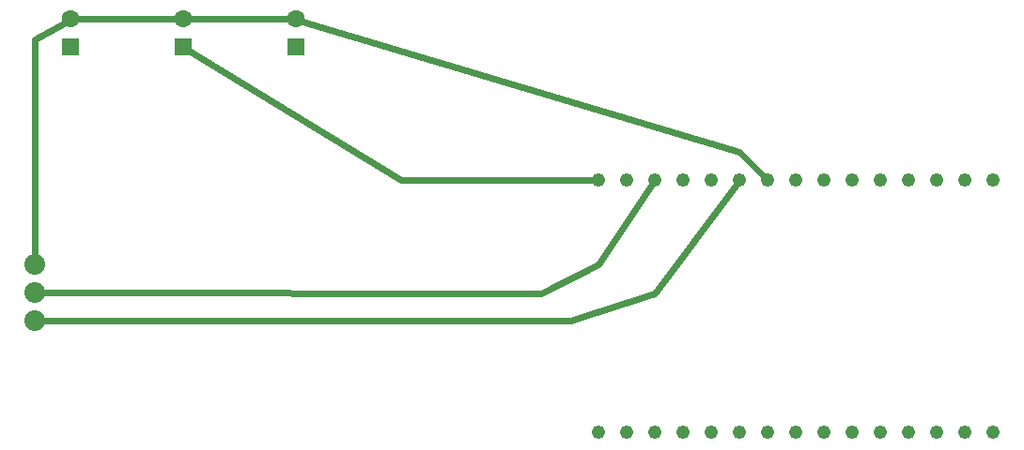
<source format=gbl>
G04 MADE WITH FRITZING*
G04 WWW.FRITZING.ORG*
G04 DOUBLE SIDED*
G04 HOLES PLATED*
G04 CONTOUR ON CENTER OF CONTOUR VECTOR*
%ASAXBY*%
%FSLAX23Y23*%
%MOIN*%
%OFA0B0*%
%SFA1.0B1.0*%
%ADD10C,0.073889*%
%ADD11C,0.047859*%
%ADD12C,0.062992*%
%ADD13R,0.062992X0.062992*%
%ADD14C,0.024000*%
%LNCOPPER0*%
G90*
G70*
G54D10*
X225Y1202D03*
X225Y1102D03*
X225Y1002D03*
G54D11*
X2426Y1502D03*
X2226Y605D03*
X2326Y605D03*
X2426Y605D03*
X2526Y605D03*
X2625Y605D03*
X2326Y1502D03*
X2226Y1502D03*
X2526Y1502D03*
X2725Y605D03*
X2825Y605D03*
X2925Y605D03*
X3025Y605D03*
X3125Y605D03*
X3225Y605D03*
X3324Y605D03*
X3424Y605D03*
X3524Y605D03*
X3624Y605D03*
X2925Y1502D03*
X3025Y1502D03*
X3125Y1502D03*
X3225Y1502D03*
X3324Y1502D03*
X3424Y1502D03*
X3524Y1502D03*
X3624Y1502D03*
X2625Y1502D03*
X2725Y1502D03*
X2825Y1502D03*
G54D12*
X751Y1977D03*
X751Y2075D03*
X351Y1977D03*
X351Y2075D03*
X1151Y1977D03*
X1151Y2075D03*
G54D13*
X751Y1977D03*
X351Y1977D03*
X1151Y1977D03*
G54D14*
X1526Y1502D02*
X773Y1963D01*
D02*
X2204Y1502D02*
X1526Y1502D01*
D02*
X724Y2075D02*
X377Y2075D01*
D02*
X1124Y2075D02*
X777Y2075D01*
D02*
X2809Y1518D02*
X2724Y1602D01*
D02*
X2724Y1602D02*
X1176Y2067D01*
D02*
X225Y2002D02*
X327Y2061D01*
D02*
X225Y1236D02*
X225Y2002D01*
D02*
X2424Y1101D02*
X2712Y1484D01*
D02*
X2125Y1003D02*
X2424Y1101D01*
D02*
X259Y1002D02*
X2125Y1003D01*
D02*
X2023Y1101D02*
X259Y1102D01*
D02*
X2226Y1203D02*
X2023Y1101D01*
D02*
X2413Y1484D02*
X2226Y1203D01*
G04 End of Copper0*
M02*
</source>
